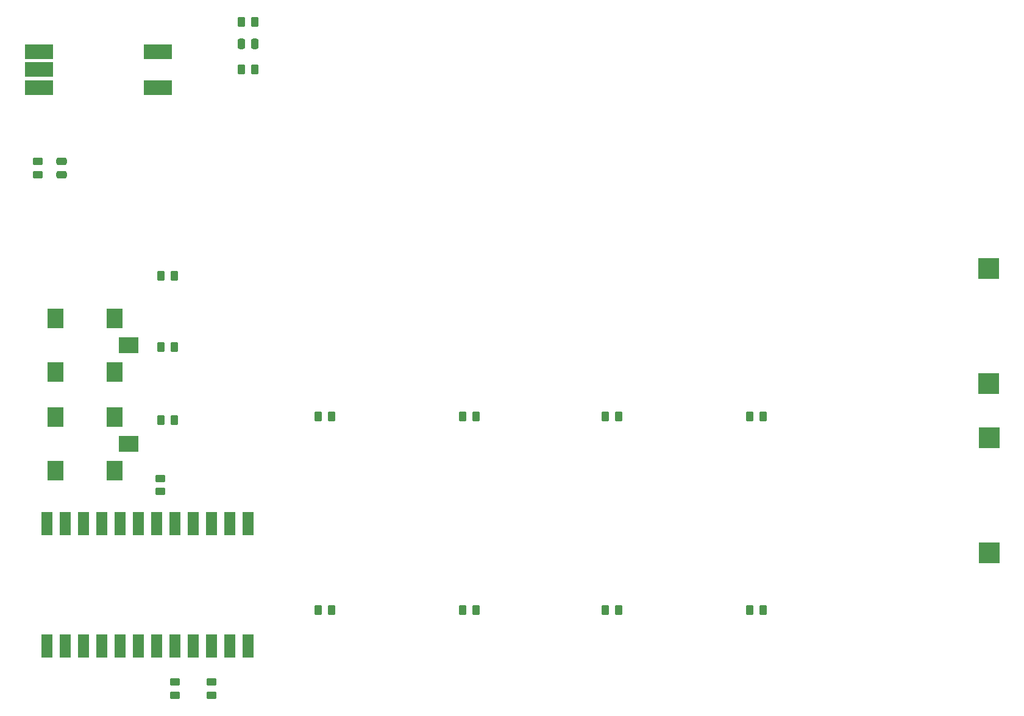
<source format=gbs>
G04 #@! TF.GenerationSoftware,KiCad,Pcbnew,6.0.8*
G04 #@! TF.CreationDate,2022-10-19T16:45:40+03:00*
G04 #@! TF.ProjectId,keypad,6b657970-6164-42e6-9b69-6361645f7063,B*
G04 #@! TF.SameCoordinates,Original*
G04 #@! TF.FileFunction,Soldermask,Bot*
G04 #@! TF.FilePolarity,Negative*
%FSLAX46Y46*%
G04 Gerber Fmt 4.6, Leading zero omitted, Abs format (unit mm)*
G04 Created by KiCad (PCBNEW 6.0.8) date 2022-10-19 16:45:40*
%MOMM*%
%LPD*%
G01*
G04 APERTURE LIST*
G04 Aperture macros list*
%AMRoundRect*
0 Rectangle with rounded corners*
0 $1 Rounding radius*
0 $2 $3 $4 $5 $6 $7 $8 $9 X,Y pos of 4 corners*
0 Add a 4 corners polygon primitive as box body*
4,1,4,$2,$3,$4,$5,$6,$7,$8,$9,$2,$3,0*
0 Add four circle primitives for the rounded corners*
1,1,$1+$1,$2,$3*
1,1,$1+$1,$4,$5*
1,1,$1+$1,$6,$7*
1,1,$1+$1,$8,$9*
0 Add four rect primitives between the rounded corners*
20,1,$1+$1,$2,$3,$4,$5,0*
20,1,$1+$1,$4,$5,$6,$7,0*
20,1,$1+$1,$6,$7,$8,$9,0*
20,1,$1+$1,$8,$9,$2,$3,0*%
G04 Aperture macros list end*
%ADD10R,3.000000X3.000000*%
%ADD11R,4.000000X2.000000*%
%ADD12RoundRect,0.250000X-0.262500X-0.450000X0.262500X-0.450000X0.262500X0.450000X-0.262500X0.450000X0*%
%ADD13RoundRect,0.250000X0.262500X0.450000X-0.262500X0.450000X-0.262500X-0.450000X0.262500X-0.450000X0*%
%ADD14RoundRect,0.250000X-0.250000X-0.475000X0.250000X-0.475000X0.250000X0.475000X-0.250000X0.475000X0*%
%ADD15R,2.800000X2.200000*%
%ADD16R,2.200000X2.800000*%
%ADD17R,1.600000X3.200000*%
%ADD18RoundRect,0.250000X0.450000X-0.262500X0.450000X0.262500X-0.450000X0.262500X-0.450000X-0.262500X0*%
%ADD19RoundRect,0.250000X-0.450000X0.262500X-0.450000X-0.262500X0.450000X-0.262500X0.450000X0.262500X0*%
%ADD20RoundRect,0.250000X-0.475000X0.250000X-0.475000X-0.250000X0.475000X-0.250000X0.475000X0.250000X0*%
G04 APERTURE END LIST*
D10*
X215510800Y-120408000D03*
X215510800Y-104408000D03*
X215460000Y-96913000D03*
X215460000Y-80913000D03*
D11*
X83512000Y-50726000D03*
X83512000Y-55726000D03*
X83512000Y-53226000D03*
X100012000Y-55726000D03*
X100012000Y-50726000D03*
D12*
X111677500Y-46622000D03*
X113502500Y-46622000D03*
D13*
X102326500Y-81928000D03*
X100501500Y-81928000D03*
X124170500Y-128410000D03*
X122345500Y-128410000D03*
D14*
X111640000Y-49670000D03*
X113540000Y-49670000D03*
D13*
X102326500Y-101994000D03*
X100501500Y-101994000D03*
D15*
X95960000Y-105296000D03*
D16*
X94060000Y-101596000D03*
X94060000Y-108996000D03*
X85860000Y-108996000D03*
X85860000Y-101596000D03*
D17*
X84650000Y-116345000D03*
X87190000Y-116345000D03*
X89730000Y-116345000D03*
X92270000Y-116345000D03*
X94810000Y-116345000D03*
X97350000Y-116345000D03*
X99890000Y-116345000D03*
X102430000Y-116345000D03*
X104970000Y-116345000D03*
X107510000Y-116345000D03*
X110050000Y-116345000D03*
X112590000Y-116345000D03*
X112590000Y-133363000D03*
X110050000Y-133363000D03*
X107510000Y-133363000D03*
X104970000Y-133363000D03*
X102430000Y-133363000D03*
X99890000Y-133363000D03*
X97350000Y-133363000D03*
X94810000Y-133363000D03*
X92270000Y-133363000D03*
X89730000Y-133363000D03*
X87190000Y-133363000D03*
X84650000Y-133363000D03*
D18*
X83380000Y-67854500D03*
X83380000Y-66029500D03*
D13*
X144236500Y-128410000D03*
X142411500Y-128410000D03*
D15*
X95960000Y-91580000D03*
D16*
X94060000Y-87880000D03*
X94060000Y-95280000D03*
X85860000Y-87880000D03*
X85860000Y-95280000D03*
D13*
X164048500Y-101486000D03*
X162223500Y-101486000D03*
X102326500Y-91834000D03*
X100501500Y-91834000D03*
X184114500Y-128410000D03*
X182289500Y-128410000D03*
D19*
X100398000Y-110098500D03*
X100398000Y-111923500D03*
D18*
X102430000Y-140244500D03*
X102430000Y-138419500D03*
D13*
X144236500Y-101486000D03*
X142411500Y-101486000D03*
X184114500Y-101486000D03*
X182289500Y-101486000D03*
D18*
X107510000Y-140244500D03*
X107510000Y-138419500D03*
D13*
X113502500Y-53226000D03*
X111677500Y-53226000D03*
X124170500Y-101486000D03*
X122345500Y-101486000D03*
D20*
X86682000Y-65992000D03*
X86682000Y-67892000D03*
D13*
X164048500Y-128410000D03*
X162223500Y-128410000D03*
M02*

</source>
